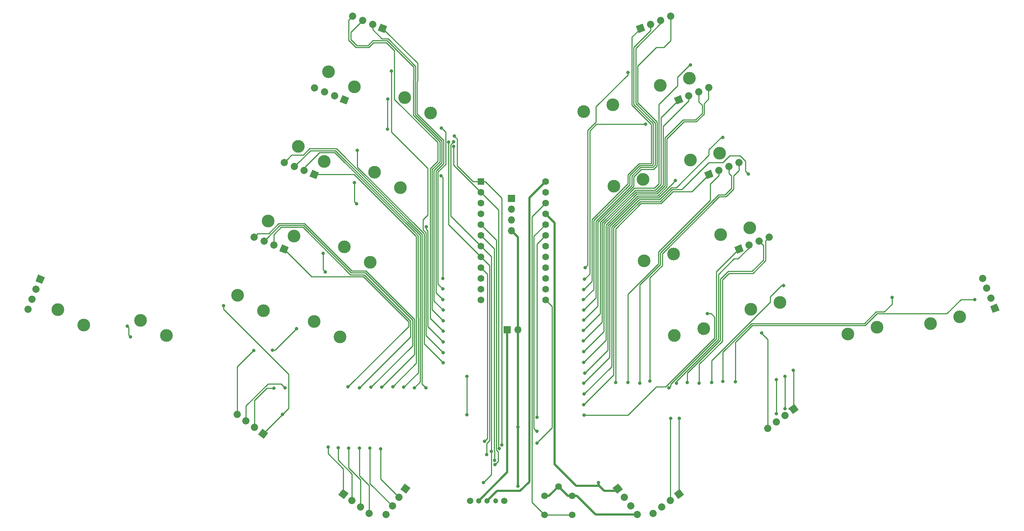
<source format=gbr>
G04 #@! TF.GenerationSoftware,KiCad,Pcbnew,(5.1.4)-1*
G04 #@! TF.CreationDate,2023-11-05T18:19:57-05:00*
G04 #@! TF.ProjectId,ThumbsUp,5468756d-6273-4557-902e-6b696361645f,rev?*
G04 #@! TF.SameCoordinates,Original*
G04 #@! TF.FileFunction,Copper,L1,Top*
G04 #@! TF.FilePolarity,Positive*
%FSLAX46Y46*%
G04 Gerber Fmt 4.6, Leading zero omitted, Abs format (unit mm)*
G04 Created by KiCad (PCBNEW (5.1.4)-1) date 2023-11-05 18:19:57*
%MOMM*%
%LPD*%
G04 APERTURE LIST*
%ADD10C,1.700000*%
%ADD11C,1.700000*%
%ADD12C,0.100000*%
%ADD13O,1.700000X1.700000*%
%ADD14R,1.700000X1.700000*%
%ADD15C,1.500000*%
%ADD16C,1.200000*%
%ADD17C,1.300000*%
%ADD18C,1.600000*%
%ADD19R,1.600000X1.600000*%
%ADD20C,1.575000*%
%ADD21C,3.000000*%
%ADD22C,0.800000*%
%ADD23C,0.508000*%
%ADD24C,0.254000*%
G04 APERTURE END LIST*
D10*
X180694070Y-30217519D03*
D11*
X180694070Y-30217519D02*
X180694070Y-30217519D01*
D10*
X178339023Y-31169020D03*
D11*
X178339023Y-31169020D02*
X178339023Y-31169020D01*
D10*
X175983976Y-32120520D03*
D11*
X175983976Y-32120520D02*
X175983976Y-32120520D01*
D10*
X173628929Y-33072021D03*
D12*
G36*
X172522407Y-32602330D02*
G01*
X174098620Y-31965499D01*
X174735451Y-33541712D01*
X173159238Y-34178543D01*
X172522407Y-32602330D01*
X172522407Y-32602330D01*
G37*
D10*
X254213951Y-92059587D03*
D11*
X254213951Y-92059587D02*
X254213951Y-92059587D01*
D10*
X255165452Y-94414634D03*
D11*
X255165452Y-94414634D02*
X255165452Y-94414634D01*
D10*
X256116952Y-96769681D03*
D11*
X256116952Y-96769681D02*
X256116952Y-96769681D01*
D10*
X257068453Y-99124728D03*
D12*
G36*
X256598762Y-100231250D02*
G01*
X255961931Y-98655037D01*
X257538144Y-98018206D01*
X258174975Y-99594419D01*
X256598762Y-100231250D01*
X256598762Y-100231250D01*
G37*
D13*
X144770000Y-104220000D03*
D14*
X142230000Y-104220000D03*
D10*
X203901013Y-82317785D03*
D11*
X203901013Y-82317785D02*
X203901013Y-82317785D01*
D10*
X201545966Y-83269286D03*
D11*
X201545966Y-83269286D02*
X201545966Y-83269286D01*
D10*
X199190919Y-84220786D03*
D11*
X199190919Y-84220786D02*
X199190919Y-84220786D01*
D10*
X196835872Y-85172287D03*
D12*
G36*
X195729350Y-84702596D02*
G01*
X197305563Y-84065765D01*
X197942394Y-85641978D01*
X196366181Y-86278809D01*
X195729350Y-84702596D01*
X195729350Y-84702596D01*
G37*
D10*
X189665963Y-47084799D03*
D11*
X189665963Y-47084799D02*
X189665963Y-47084799D01*
D10*
X187310916Y-48036300D03*
D11*
X187310916Y-48036300D02*
X187310916Y-48036300D01*
D10*
X184955869Y-48987800D03*
D11*
X184955869Y-48987800D02*
X184955869Y-48987800D01*
D10*
X182600822Y-49939301D03*
D12*
G36*
X181494300Y-49469610D02*
G01*
X183070513Y-48832779D01*
X183707344Y-50408992D01*
X182131131Y-51045823D01*
X181494300Y-49469610D01*
X181494300Y-49469610D01*
G37*
D13*
X143230000Y-80840000D03*
X143230000Y-78300000D03*
X143230000Y-75760000D03*
D14*
X143230000Y-73220000D03*
D15*
X141480000Y-144570000D03*
X133480000Y-144570000D03*
D16*
X139480000Y-144570000D03*
D17*
X137480000Y-144570000D03*
X135480000Y-144570000D03*
D10*
X196783488Y-64701292D03*
D11*
X196783488Y-64701292D02*
X196783488Y-64701292D01*
D10*
X194428441Y-65652793D03*
D11*
X194428441Y-65652793D02*
X194428441Y-65652793D01*
D10*
X192073394Y-66604293D03*
D11*
X192073394Y-66604293D02*
X192073394Y-66604293D01*
D10*
X189718347Y-67555794D03*
D12*
G36*
X188611825Y-67086103D02*
G01*
X190188038Y-66449272D01*
X190824869Y-68025485D01*
X189248656Y-68662316D01*
X188611825Y-67086103D01*
X188611825Y-67086103D01*
G37*
D18*
X151230000Y-69220000D03*
X151230000Y-71760000D03*
X151230000Y-74300000D03*
X151230000Y-76840000D03*
X151230000Y-79380000D03*
X151230000Y-81920000D03*
X151230000Y-84460000D03*
X151230000Y-87000000D03*
X151230000Y-89540000D03*
X151230000Y-92080000D03*
X151230000Y-94620000D03*
X151230000Y-97160000D03*
X135990000Y-97160000D03*
X135990000Y-94620000D03*
X135990000Y-92080000D03*
X135990000Y-89540000D03*
X135990000Y-87000000D03*
X135990000Y-84460000D03*
X135990000Y-81920000D03*
X135990000Y-79380000D03*
X135990000Y-76840000D03*
X135990000Y-74300000D03*
X135990000Y-71760000D03*
D19*
X135990000Y-69220000D03*
D20*
X154280000Y-141170000D03*
X157530000Y-143420000D03*
X157530000Y-147920000D03*
X151030000Y-143420000D03*
X151030000Y-147920000D03*
D21*
X85920975Y-78512044D03*
X92017925Y-82107833D03*
X100156025Y-43279057D03*
X106252975Y-46874846D03*
X78701458Y-96087330D03*
X84798408Y-99683119D03*
X181591251Y-105568173D03*
X188474875Y-103919470D03*
X93038500Y-60895550D03*
X99135450Y-64491339D03*
X36350946Y-99468772D03*
X42447896Y-103064561D03*
X178229775Y-46528352D03*
X185113399Y-44879649D03*
X222443336Y-105240880D03*
X229326960Y-103592177D03*
X118045134Y-49428191D03*
X124142084Y-53023980D03*
X160238675Y-52718693D03*
X167122299Y-51069990D03*
X185347300Y-64144845D03*
X192230924Y-62496142D03*
X174473725Y-87951679D03*
X181357349Y-86302976D03*
X55840473Y-101950378D03*
X61937423Y-105546167D03*
X167356200Y-70335186D03*
X174239824Y-68686483D03*
X96692558Y-102277671D03*
X102789508Y-105873460D03*
X103810083Y-84661178D03*
X109907033Y-88256967D03*
X110927608Y-67044685D03*
X117024558Y-70640474D03*
X199582351Y-99377831D03*
X206465975Y-97729128D03*
X192464825Y-81761338D03*
X199348449Y-80112635D03*
X241932862Y-102759274D03*
X248816486Y-101110571D03*
D10*
X113644373Y-147808095D03*
D11*
X113644373Y-147808095D02*
X113644373Y-147808095D01*
D10*
X115172983Y-145779560D03*
D11*
X115172983Y-145779560D02*
X115172983Y-145779560D01*
D10*
X116701593Y-143751026D03*
D11*
X116701593Y-143751026D02*
X116701593Y-143751026D01*
D10*
X118230203Y-141722492D03*
D12*
G36*
X117039820Y-141889789D02*
G01*
X118062906Y-140532109D01*
X119420586Y-141555195D01*
X118397500Y-142912875D01*
X117039820Y-141889789D01*
X117039820Y-141889789D01*
G37*
D10*
X176544397Y-147555830D03*
D11*
X176544397Y-147555830D02*
X176544397Y-147555830D01*
D10*
X178572932Y-146027220D03*
D11*
X178572932Y-146027220D02*
X178572932Y-146027220D01*
D10*
X180601466Y-144498610D03*
D11*
X180601466Y-144498610D02*
X180601466Y-144498610D01*
D10*
X182630000Y-142970000D03*
D12*
G36*
X183820383Y-143137297D02*
G01*
X182462703Y-144160383D01*
X181439617Y-142802703D01*
X182797297Y-141779617D01*
X183820383Y-143137297D01*
X183820383Y-143137297D01*
G37*
D10*
X82571851Y-82319210D03*
D11*
X82571851Y-82319210D02*
X82571851Y-82319210D01*
D10*
X84926898Y-83270711D03*
D11*
X84926898Y-83270711D02*
X84926898Y-83270711D01*
D10*
X87281945Y-84222211D03*
D11*
X87281945Y-84222211D02*
X87281945Y-84222211D01*
D10*
X89636992Y-85173712D03*
D12*
G36*
X90106683Y-86280234D02*
G01*
X88530470Y-85643403D01*
X89167301Y-84067190D01*
X90743514Y-84704021D01*
X90106683Y-86280234D01*
X90106683Y-86280234D01*
G37*
D10*
X172818565Y-147808719D03*
D11*
X172818565Y-147808719D02*
X172818565Y-147808719D01*
D10*
X171289955Y-145780184D03*
D11*
X171289955Y-145780184D02*
X171289955Y-145780184D01*
D10*
X169761345Y-143751650D03*
D11*
X169761345Y-143751650D02*
X169761345Y-143751650D01*
D10*
X168232735Y-141723116D03*
D12*
G36*
X168065438Y-142913499D02*
G01*
X167042352Y-141555819D01*
X168400032Y-140532733D01*
X169423118Y-141890413D01*
X168065438Y-142913499D01*
X168065438Y-142913499D01*
G37*
D10*
X105778795Y-30218944D03*
D11*
X105778795Y-30218944D02*
X105778795Y-30218944D01*
D10*
X108133842Y-31170445D03*
D11*
X108133842Y-31170445D02*
X108133842Y-31170445D01*
D10*
X110488889Y-32121945D03*
D11*
X110488889Y-32121945D02*
X110488889Y-32121945D01*
D10*
X112843936Y-33073446D03*
D12*
G36*
X113313627Y-34179968D02*
G01*
X111737414Y-33543137D01*
X112374245Y-31966924D01*
X113950458Y-32603755D01*
X113313627Y-34179968D01*
X113313627Y-34179968D01*
G37*
D10*
X96806902Y-47086224D03*
D11*
X96806902Y-47086224D02*
X96806902Y-47086224D01*
D10*
X99161949Y-48037725D03*
D11*
X99161949Y-48037725D02*
X99161949Y-48037725D01*
D10*
X101516996Y-48989225D03*
D11*
X101516996Y-48989225D02*
X101516996Y-48989225D01*
D10*
X103872043Y-49940726D03*
D12*
G36*
X104341734Y-51047248D02*
G01*
X102765521Y-50410417D01*
X103402352Y-48834204D01*
X104978565Y-49471035D01*
X104341734Y-51047248D01*
X104341734Y-51047248D01*
G37*
D10*
X89689377Y-64702717D03*
D11*
X89689377Y-64702717D02*
X89689377Y-64702717D01*
D10*
X92044424Y-65654218D03*
D11*
X92044424Y-65654218D02*
X92044424Y-65654218D01*
D10*
X94399471Y-66605718D03*
D11*
X94399471Y-66605718D02*
X94399471Y-66605718D01*
D10*
X96754518Y-67557219D03*
D12*
G36*
X97224209Y-68663741D02*
G01*
X95647996Y-68026910D01*
X96284827Y-66450697D01*
X97861040Y-67087528D01*
X97224209Y-68663741D01*
X97224209Y-68663741D01*
G37*
D10*
X29325498Y-99335141D03*
D11*
X29325498Y-99335141D02*
X29325498Y-99335141D01*
D10*
X30276999Y-96980094D03*
D11*
X30276999Y-96980094D02*
X30276999Y-96980094D01*
D10*
X31228499Y-94625047D03*
D11*
X31228499Y-94625047D02*
X31228499Y-94625047D01*
D10*
X32180000Y-92270000D03*
D12*
G36*
X33286522Y-91800309D02*
G01*
X32649691Y-93376522D01*
X31073478Y-92739691D01*
X31710309Y-91163478D01*
X33286522Y-91800309D01*
X33286522Y-91800309D01*
G37*
D10*
X203598765Y-127459647D03*
D11*
X203598765Y-127459647D02*
X203598765Y-127459647D01*
D10*
X205627300Y-125931037D03*
D11*
X205627300Y-125931037D02*
X205627300Y-125931037D01*
D10*
X207655834Y-124402427D03*
D11*
X207655834Y-124402427D02*
X207655834Y-124402427D01*
D10*
X209684368Y-122873817D03*
D12*
G36*
X208493985Y-122706520D02*
G01*
X209851665Y-121683434D01*
X210874751Y-123041114D01*
X209517071Y-124064200D01*
X208493985Y-122706520D01*
X208493985Y-122706520D01*
G37*
D10*
X78644397Y-124134170D03*
D11*
X78644397Y-124134170D02*
X78644397Y-124134170D01*
D10*
X80672932Y-125662780D03*
D11*
X80672932Y-125662780D02*
X80672932Y-125662780D01*
D10*
X82701466Y-127191390D03*
D11*
X82701466Y-127191390D02*
X82701466Y-127191390D01*
D10*
X84730000Y-128720000D03*
D12*
G36*
X84562703Y-127529617D02*
G01*
X85920383Y-128552703D01*
X84897297Y-129910383D01*
X83539617Y-128887297D01*
X84562703Y-127529617D01*
X84562703Y-127529617D01*
G37*
D10*
X109715603Y-147555830D03*
D11*
X109715603Y-147555830D02*
X109715603Y-147555830D01*
D10*
X107687068Y-146027220D03*
D11*
X107687068Y-146027220D02*
X107687068Y-146027220D01*
D10*
X105658534Y-144498610D03*
D11*
X105658534Y-144498610D02*
X105658534Y-144498610D01*
D10*
X103630000Y-142970000D03*
D12*
G36*
X103462703Y-141779617D02*
G01*
X104820383Y-142802703D01*
X103797297Y-144160383D01*
X102439617Y-143137297D01*
X103462703Y-141779617D01*
X103462703Y-141779617D01*
G37*
D22*
X144770000Y-127130002D03*
X144770000Y-141130002D03*
X115230000Y-117670000D03*
X117830000Y-117770000D03*
X120330000Y-117870000D03*
X123030000Y-117870000D03*
X104730000Y-117670000D03*
X107430000Y-117870000D03*
X110130000Y-117770000D03*
X112630000Y-117770000D03*
X107380000Y-132120000D03*
X104880000Y-132170000D03*
X102430000Y-132070000D03*
X100007270Y-131874000D03*
X127130000Y-112020000D03*
X106930000Y-61869996D03*
X87280000Y-117970000D03*
X89830000Y-117870000D03*
X127030000Y-92070000D03*
X126600056Y-67836081D03*
X123180000Y-79920002D03*
X127130000Y-107070000D03*
X174817400Y-55707400D03*
X160415600Y-92270700D03*
X181830000Y-68970000D03*
X160263200Y-116845200D03*
X189380000Y-100420000D03*
X160280000Y-124320000D03*
X193030000Y-58770000D03*
X160330000Y-119370000D03*
X199030000Y-67470000D03*
X160230000Y-121870000D03*
X207330000Y-93770000D03*
X190330000Y-116670000D03*
X207630000Y-115170000D03*
X207680000Y-122820000D03*
X205630000Y-115920000D03*
X205630000Y-124020000D03*
X160504500Y-114432200D03*
X160212400Y-111866800D03*
X160250500Y-109339500D03*
X160174300Y-106786800D03*
X175830000Y-116270000D03*
X173430000Y-116770000D03*
X170630000Y-116670000D03*
X167730000Y-116670000D03*
X232850259Y-96590259D03*
X193030000Y-116370000D03*
X195930000Y-116470000D03*
X252339785Y-97079785D03*
X140947863Y-131376956D03*
X182756920Y-125116607D03*
X52680000Y-103320000D03*
X129727226Y-58475546D03*
X53430000Y-105870000D03*
X140348361Y-132177345D03*
X180730000Y-125120000D03*
X129602998Y-60919647D03*
X129580000Y-59870000D03*
X138449524Y-132904355D03*
X136580000Y-140270000D03*
X128412931Y-59950187D03*
X137380000Y-133670000D03*
X92580000Y-103920000D03*
X98830000Y-86120000D03*
X136832876Y-130547010D03*
X106180000Y-69470000D03*
X82480000Y-109070000D03*
X86930000Y-109020000D03*
X106680000Y-74470000D03*
X209580000Y-113770000D03*
X114080000Y-49770000D03*
X99379999Y-90570000D03*
X114030000Y-56870000D03*
X89280000Y-124170000D03*
X75430000Y-98520000D03*
X149188021Y-130922945D03*
X202130000Y-104970000D03*
X139251222Y-135018430D03*
X139321200Y-136015990D03*
X163730000Y-140270000D03*
X132730000Y-115170000D03*
X132730000Y-124270000D03*
X149188021Y-128170000D03*
X149202990Y-124870000D03*
X127130000Y-104570000D03*
X127130000Y-102070000D03*
X127130000Y-99570000D03*
X127030000Y-97070000D03*
X114903000Y-43107313D03*
X127130000Y-109570000D03*
X126730000Y-56570000D03*
X127030000Y-94570000D03*
X109880000Y-132170000D03*
X160529900Y-89514800D03*
X170645598Y-43458239D03*
X112380000Y-132270000D03*
X185405000Y-41745000D03*
X160174300Y-104323000D03*
X160237800Y-101910000D03*
X160250500Y-99509700D03*
X160187000Y-97122100D03*
X160263200Y-94709100D03*
X187430000Y-116770000D03*
X184630000Y-116670000D03*
X182055108Y-116795108D03*
X180334074Y-117874074D03*
D23*
X157530000Y-143420000D02*
X156530000Y-143420000D01*
X158643693Y-143420000D02*
X163032412Y-147808719D01*
X156530000Y-143420000D02*
X154280000Y-141170000D01*
X151030000Y-143420000D02*
X152030000Y-143420000D01*
X171616484Y-147808719D02*
X172818565Y-147808719D01*
X144770000Y-104220000D02*
X144770000Y-82380000D01*
X144770000Y-104220000D02*
X144770000Y-105422081D01*
X152030000Y-143420000D02*
X154280000Y-141170000D01*
X144770000Y-105422081D02*
X144770000Y-141130002D01*
X144770000Y-82380000D02*
X143230000Y-80840000D01*
X157530000Y-143420000D02*
X158643693Y-143420000D01*
X163032412Y-147808719D02*
X171616484Y-147808719D01*
D24*
X120796040Y-101558063D02*
X120780000Y-101542023D01*
X115230000Y-117670000D02*
X120796041Y-112103959D01*
X120796041Y-112103959D02*
X120796040Y-101558063D01*
X106117213Y-67557219D02*
X97771272Y-67557219D01*
X120780000Y-82220006D02*
X106117213Y-67557219D01*
X120780000Y-101542023D02*
X120780000Y-82220006D01*
X97771272Y-67557219D02*
X96754518Y-67557219D01*
X94630000Y-65720000D02*
X94630000Y-66375189D01*
X121250050Y-101370005D02*
X121234011Y-101353966D01*
X94630000Y-66375189D02*
X94399471Y-66605718D01*
X101572066Y-62370001D02*
X97979999Y-62370001D01*
X121234010Y-82031948D02*
X120236954Y-81034892D01*
X120236954Y-81034892D02*
X101572066Y-62370001D01*
X117830000Y-117770000D02*
X121250051Y-114349949D01*
X121234011Y-101353966D02*
X121234010Y-82031948D01*
X121250051Y-114349949D02*
X121250050Y-101370005D01*
X97979999Y-62370001D02*
X94630000Y-65720000D01*
X121688020Y-101165907D02*
X121688020Y-81843890D01*
X101760123Y-61915990D02*
X95841942Y-61915990D01*
X120838020Y-80993890D02*
X101760123Y-61915990D01*
X121704061Y-116495939D02*
X121704060Y-101181947D01*
X92953713Y-64804219D02*
X92894423Y-64804219D01*
X120330000Y-117870000D02*
X121704061Y-116495939D01*
X92894423Y-64804219D02*
X92044424Y-65654218D01*
X121704060Y-101181947D02*
X121688020Y-101165907D01*
X95841942Y-61915990D02*
X92953713Y-64804219D01*
X121688020Y-81843890D02*
X120838020Y-80993890D01*
X122142031Y-100977850D02*
X122142030Y-81655832D01*
X122158070Y-100993889D02*
X122142031Y-100977850D01*
X123030000Y-117870000D02*
X122158071Y-116998071D01*
X91432094Y-62960000D02*
X90539376Y-63852718D01*
X122158071Y-116998071D02*
X122158070Y-100993889D01*
X90539376Y-63852718D02*
X89689377Y-64702717D01*
X95653884Y-61461980D02*
X94155864Y-62960000D01*
X94155864Y-62960000D02*
X91432094Y-62960000D01*
X121292030Y-80805832D02*
X101948180Y-61461979D01*
X122142030Y-81655832D02*
X121292030Y-80805832D01*
X101948180Y-61461979D02*
X95653884Y-61461980D01*
X118980000Y-102310295D02*
X108339705Y-91670000D01*
X118980000Y-103420000D02*
X118980000Y-102310295D01*
X104730000Y-117670000D02*
X118980000Y-103420000D01*
X96133280Y-91670000D02*
X90360649Y-85897369D01*
X108339705Y-91670000D02*
X96133280Y-91670000D01*
X90360649Y-85897369D02*
X89636992Y-85173712D01*
X108527762Y-91215989D02*
X105275989Y-91215989D01*
X94080000Y-80020000D02*
X88980000Y-80020000D01*
X87281945Y-83020130D02*
X87281945Y-84222211D01*
X119434010Y-102122237D02*
X108527762Y-91215989D01*
X119434010Y-105865990D02*
X119434010Y-102122237D01*
X105275989Y-91215989D02*
X94080000Y-80020000D01*
X88980000Y-80020000D02*
X87281945Y-81718055D01*
X87281945Y-81718055D02*
X87281945Y-83020130D01*
X107430000Y-117870000D02*
X119434010Y-105865990D01*
X88631620Y-79565989D02*
X85776897Y-82420712D01*
X110130000Y-117770000D02*
X119888020Y-108011980D01*
X85776897Y-82420712D02*
X84926898Y-83270711D01*
X119888020Y-108011980D02*
X119888020Y-101934179D01*
X108715819Y-90761978D02*
X105464045Y-90761977D01*
X94268057Y-79565989D02*
X88631620Y-79565989D01*
X105464045Y-90761977D02*
X94268057Y-79565989D01*
X119888020Y-101934179D02*
X108715819Y-90761978D01*
X112630000Y-117770000D02*
X120342030Y-110057970D01*
X94456113Y-79111979D02*
X88388021Y-79111979D01*
X86030789Y-81469211D02*
X83421850Y-81469211D01*
X105652103Y-90307967D02*
X94456113Y-79111979D01*
X88388021Y-79111979D02*
X86030789Y-81469211D01*
X120342030Y-101746121D02*
X108903876Y-90307967D01*
X83421850Y-81469211D02*
X82571851Y-82319210D01*
X120342030Y-110057970D02*
X120342030Y-101746121D01*
X108903876Y-90307967D02*
X105652103Y-90307967D01*
X109715603Y-146353749D02*
X109715603Y-147555830D01*
X107380000Y-138628643D02*
X109715603Y-140964246D01*
X109715603Y-140964246D02*
X109715603Y-146353749D01*
X107380000Y-132120000D02*
X107380000Y-138628643D01*
X107687068Y-139577777D02*
X107687068Y-144825139D01*
X107687068Y-144825139D02*
X107687068Y-146027220D01*
X104880000Y-136770709D02*
X107687068Y-139577777D01*
X104880000Y-132170000D02*
X104880000Y-136770709D01*
X102430000Y-132070000D02*
X102430000Y-134962775D01*
X105658534Y-143296529D02*
X105658534Y-144498610D01*
X102430000Y-134962775D02*
X105658534Y-138191309D01*
X105658534Y-138191309D02*
X105658534Y-143296529D01*
X100007270Y-131874000D02*
X100007270Y-133397270D01*
X103630000Y-137020000D02*
X103630000Y-142970000D01*
X100007270Y-133397270D02*
X103630000Y-137020000D01*
X122596040Y-100789791D02*
X122596040Y-81467774D01*
X122612080Y-107502080D02*
X122612080Y-100805831D01*
X106930000Y-65801731D02*
X106930000Y-62435681D01*
X127130000Y-112020000D02*
X122612080Y-107502080D01*
X121598987Y-80470719D02*
X106930000Y-65801731D01*
X122612080Y-100805831D02*
X122596040Y-100789791D01*
X106930000Y-62435681D02*
X106930000Y-61869996D01*
X122596040Y-81467774D02*
X121598987Y-80470719D01*
X85580000Y-117970000D02*
X82701466Y-120848534D01*
X87280000Y-117970000D02*
X85580000Y-117970000D01*
X82701466Y-120848534D02*
X82701466Y-127191390D01*
X88930000Y-116970000D02*
X85880000Y-116970000D01*
X89830000Y-117870000D02*
X88930000Y-116970000D01*
X80672932Y-122177068D02*
X80672932Y-125662780D01*
X85880000Y-116970000D02*
X80672932Y-122177068D01*
X127030000Y-92070000D02*
X127030000Y-68266025D01*
X127030000Y-68266025D02*
X127000055Y-68236080D01*
X127000055Y-68236080D02*
X126600056Y-67836081D01*
X123180000Y-80485687D02*
X123180000Y-79920002D01*
X123520100Y-100429715D02*
X123504062Y-100413677D01*
X123520100Y-103460100D02*
X123520100Y-100429715D01*
X123504062Y-100413677D02*
X123504062Y-80809749D01*
X123504062Y-80809749D02*
X123180000Y-80485687D01*
X127130000Y-107070000D02*
X123520100Y-103460100D01*
X161634010Y-57308058D02*
X163234668Y-55707400D01*
X174251715Y-55707400D02*
X174817400Y-55707400D01*
X161634010Y-91052290D02*
X161634010Y-57308058D01*
X163234668Y-55707400D02*
X174251715Y-55707400D01*
X160415600Y-92270700D02*
X161634010Y-91052290D01*
X160263200Y-116845200D02*
X166367969Y-110740431D01*
X177870290Y-73040050D02*
X181430001Y-69480339D01*
X173138561Y-73040051D02*
X177870290Y-73040050D01*
X166367976Y-79810636D02*
X173138561Y-73040051D01*
X181430001Y-69369999D02*
X181830000Y-68970000D01*
X166367975Y-101339665D02*
X166367976Y-79810636D01*
X166367969Y-110740431D02*
X166367975Y-101339665D01*
X181430001Y-69480339D02*
X181430001Y-69369999D01*
X177330000Y-117670000D02*
X179510000Y-117670000D01*
X191060000Y-101200000D02*
X190280000Y-100420000D01*
X191060000Y-106120000D02*
X191060000Y-101200000D01*
X160280000Y-124320000D02*
X170680000Y-124320000D01*
X190280000Y-100420000D02*
X189380000Y-100420000D01*
X179510000Y-117670000D02*
X191060000Y-106120000D01*
X170680000Y-124320000D02*
X177330000Y-117670000D01*
X173326622Y-73494058D02*
X178058350Y-73494058D01*
X166821986Y-79998694D02*
X173326622Y-73494058D01*
X192630000Y-58770000D02*
X193030000Y-58770000D01*
X166821986Y-101527722D02*
X166821986Y-79998694D01*
X182038022Y-70661978D02*
X189730000Y-62970000D01*
X189730000Y-62970000D02*
X189730000Y-61670000D01*
X166821979Y-112878021D02*
X166821986Y-101527722D01*
X178058350Y-73494058D02*
X180890430Y-70661978D01*
X180890430Y-70661978D02*
X182038022Y-70661978D01*
X189730000Y-61670000D02*
X192630000Y-58770000D01*
X160330000Y-119370000D02*
X166821979Y-112878021D01*
X178246407Y-73948069D02*
X181078487Y-71115989D01*
X173514679Y-73948069D02*
X178246407Y-73948069D01*
X194630000Y-63170000D02*
X197080000Y-63170000D01*
X167275997Y-101715779D02*
X167275998Y-80186750D01*
X160230000Y-121870000D02*
X167275989Y-114824011D01*
X198340000Y-66780000D02*
X199030000Y-67470000D01*
X193030000Y-64770000D02*
X194630000Y-63170000D01*
X189730000Y-64770000D02*
X193030000Y-64770000D01*
X167275989Y-114824011D02*
X167275997Y-101715779D01*
X181078487Y-71115989D02*
X183384011Y-71115989D01*
X197080000Y-63170000D02*
X198340000Y-64430000D01*
X167275998Y-80186750D02*
X173514679Y-73948069D01*
X183384011Y-71115989D02*
X189730000Y-64770000D01*
X198340000Y-64430000D02*
X198340000Y-66780000D01*
X204135000Y-97695000D02*
X204135000Y-96445000D01*
X190330000Y-116670000D02*
X190330000Y-111500000D01*
X207320000Y-93760000D02*
X207330000Y-93770000D01*
X206820000Y-93760000D02*
X207320000Y-93760000D01*
X190330000Y-111500000D02*
X204135000Y-97695000D01*
X204135000Y-96445000D02*
X206820000Y-93760000D01*
X207680000Y-115220000D02*
X207630000Y-115170000D01*
X207680000Y-122820000D02*
X207680000Y-115220000D01*
X205630000Y-124020000D02*
X205630000Y-115920000D01*
X179827522Y-70440750D02*
X179827522Y-59124444D01*
X189630000Y-49770000D02*
X189630000Y-47120762D01*
X186768058Y-55124010D02*
X188584011Y-53308057D01*
X165913966Y-79622578D02*
X172950504Y-72586040D01*
X165913964Y-101151608D02*
X165913966Y-79622578D01*
X188584011Y-50815989D02*
X189630000Y-49770000D01*
X160504500Y-114432200D02*
X165913959Y-109022741D01*
X179827522Y-59124444D02*
X183827955Y-55124011D01*
X183827955Y-55124011D02*
X186768058Y-55124010D01*
X189630000Y-47120762D02*
X189665963Y-47084799D01*
X188584011Y-53308057D02*
X188584011Y-50815989D01*
X165913959Y-109022741D02*
X165913964Y-101151608D01*
X177682232Y-72586040D02*
X179827522Y-70440750D01*
X172950504Y-72586040D02*
X177682232Y-72586040D01*
X183639898Y-54670000D02*
X186580000Y-54670000D01*
X165459953Y-79434523D02*
X172762445Y-72132031D01*
X165459953Y-100963551D02*
X165459953Y-79434523D01*
X186580000Y-54670000D02*
X188130000Y-53120000D01*
X172762445Y-72132031D02*
X177494174Y-72132030D01*
X177494174Y-72132030D02*
X179373511Y-70252693D01*
X187310916Y-50400916D02*
X187310916Y-48036300D01*
X179373511Y-70252693D02*
X179373511Y-58936387D01*
X188130000Y-51220000D02*
X187310916Y-50400916D01*
X160212400Y-111866800D02*
X165459949Y-106619251D01*
X188130000Y-53120000D02*
X188130000Y-51220000D01*
X179373511Y-58936387D02*
X183639898Y-54670000D01*
X165459949Y-106619251D02*
X165459953Y-100963551D01*
X178919499Y-56226251D02*
X184955869Y-50189881D01*
X160250500Y-109339500D02*
X165005939Y-104584061D01*
X165005939Y-104584061D02*
X165005942Y-100775494D01*
X165005943Y-79246465D02*
X172574388Y-71678020D01*
X172574388Y-71678020D02*
X177306116Y-71678020D01*
X177306116Y-71678020D02*
X178919499Y-70064637D01*
X178919499Y-70064637D02*
X178919499Y-56226251D01*
X184955869Y-50189881D02*
X184955869Y-48987800D01*
X165005942Y-100775494D02*
X165005943Y-79246465D01*
X164551931Y-100587437D02*
X164551931Y-79058409D01*
X164551929Y-102409171D02*
X164551931Y-100587437D01*
X177118058Y-71224010D02*
X178398800Y-69943268D01*
X172386329Y-71224011D02*
X177118058Y-71224010D01*
X181877165Y-50662958D02*
X182600822Y-49939301D01*
X160174300Y-106786800D02*
X164551929Y-102409171D01*
X164551931Y-79058409D02*
X172386329Y-71224011D01*
X178398800Y-69943268D02*
X178398800Y-54141323D01*
X178398800Y-54141323D02*
X181877165Y-50662958D01*
X195530000Y-71012068D02*
X195530000Y-67870000D01*
X175830000Y-116270000D02*
X175830000Y-91920000D01*
X175830000Y-91920000D02*
X178730000Y-89020000D01*
X178730000Y-89020000D02*
X178730000Y-86234136D01*
X192140126Y-72824010D02*
X193718058Y-72824010D01*
X195530000Y-67870000D02*
X196783488Y-66616512D01*
X193718058Y-72824010D02*
X195530000Y-71012068D01*
X196783488Y-65903373D02*
X196783488Y-64701292D01*
X178730000Y-86234136D02*
X192140126Y-72824010D01*
X196783488Y-66616512D02*
X196783488Y-65903373D01*
X173430000Y-116770000D02*
X173430000Y-93640000D01*
X191952069Y-72369999D02*
X193530001Y-72369999D01*
X194428441Y-67268441D02*
X194428441Y-66854874D01*
X173430000Y-93640000D02*
X178275989Y-88794011D01*
X178275989Y-88794011D02*
X178275990Y-86046078D01*
X194428441Y-66854874D02*
X194428441Y-65652793D01*
X195030000Y-67870000D02*
X194428441Y-67268441D01*
X193530001Y-72369999D02*
X195030000Y-70870000D01*
X178275990Y-86046078D02*
X191952069Y-72369999D01*
X195030000Y-70870000D02*
X195030000Y-67870000D01*
X170630000Y-116670000D02*
X170630000Y-95770000D01*
X177821980Y-85858020D02*
X190030000Y-73650000D01*
X190030000Y-69849768D02*
X192073394Y-67806374D01*
X190030000Y-73650000D02*
X190030000Y-69849768D01*
X177821979Y-88578021D02*
X177821980Y-85858020D01*
X170630000Y-95770000D02*
X177821979Y-88578021D01*
X192073394Y-67806374D02*
X192073394Y-66604293D01*
X173702736Y-74402080D02*
X178434464Y-74402080D01*
X185704141Y-71570000D02*
X188994690Y-68279451D01*
X178434464Y-74402080D02*
X181266544Y-71570000D01*
X188994690Y-68279451D02*
X189718347Y-67555794D01*
X167730000Y-116670000D02*
X167730000Y-113326524D01*
X167730000Y-113326524D02*
X167730008Y-101903836D01*
X167730008Y-101903836D02*
X167730008Y-80374808D01*
X167730008Y-80374808D02*
X173702736Y-74402080D01*
X181266544Y-71570000D02*
X185704141Y-71570000D01*
X226342717Y-102715215D02*
X229091943Y-99965989D01*
X199756853Y-102715215D02*
X226342717Y-102715215D01*
X193030000Y-109442068D02*
X199756853Y-102715215D01*
X229091943Y-99965989D02*
X231034011Y-99965989D01*
X231034011Y-99965989D02*
X232850259Y-98149741D01*
X232850259Y-97155944D02*
X232850259Y-96590259D01*
X193030000Y-116370000D02*
X193030000Y-109442068D01*
X232850259Y-98149741D02*
X232850259Y-97155944D01*
X199944910Y-103169226D02*
X226530775Y-103169225D01*
X245780000Y-100420000D02*
X249120215Y-97079785D01*
X251774100Y-97079785D02*
X252339785Y-97079785D01*
X195930000Y-116470000D02*
X195930000Y-107184136D01*
X229280000Y-100420000D02*
X245780000Y-100420000D01*
X195930000Y-107184136D02*
X199944910Y-103169226D01*
X249120215Y-97079785D02*
X251774100Y-97079785D01*
X226530775Y-103169225D02*
X229280000Y-100420000D01*
X53030001Y-103570001D02*
X52930001Y-103570001D01*
X130407002Y-65497002D02*
X130407002Y-59155322D01*
X53430000Y-105870000D02*
X53030001Y-105470001D01*
X53030001Y-105470001D02*
X53030001Y-103570001D01*
X134130000Y-69220000D02*
X130407002Y-65497002D01*
X135990000Y-69220000D02*
X134130000Y-69220000D01*
X130407002Y-59155322D02*
X130127225Y-58875545D01*
X130127225Y-58875545D02*
X129727226Y-58475546D01*
X140947863Y-73123863D02*
X140947863Y-130811271D01*
X52930001Y-103570001D02*
X52680000Y-103320000D01*
X182630000Y-142970000D02*
X182630000Y-125243527D01*
X182630000Y-125243527D02*
X182756920Y-125116607D01*
X137044000Y-69220000D02*
X140947863Y-73123863D01*
X140947863Y-130811271D02*
X140947863Y-131376956D01*
X135990000Y-69220000D02*
X137044000Y-69220000D01*
X135990000Y-71760000D02*
X129602998Y-65372998D01*
X140125989Y-131954973D02*
X140348361Y-132177345D01*
X140125989Y-75895989D02*
X140125989Y-131954973D01*
X135990000Y-71760000D02*
X140125989Y-75895989D01*
X180601466Y-144498610D02*
X180601466Y-125248534D01*
X180601466Y-125248534D02*
X180730000Y-125120000D01*
X129602998Y-65372998D02*
X129602998Y-61485332D01*
X129602998Y-61485332D02*
X129602998Y-60919647D01*
X138449524Y-138400476D02*
X138449524Y-133470040D01*
X138449524Y-133470040D02*
X138449524Y-132904355D01*
X135990000Y-84460000D02*
X128875989Y-77345989D01*
X136580000Y-140270000D02*
X138449524Y-138400476D01*
X138463960Y-86933960D02*
X138463960Y-132324234D01*
X135990000Y-84460000D02*
X138463960Y-86933960D01*
X138463960Y-132324234D02*
X138449524Y-132338670D01*
X138449524Y-132338670D02*
X138449524Y-132904355D01*
X128875989Y-77345989D02*
X128875989Y-60574011D01*
X129180001Y-60269999D02*
X129580000Y-59870000D01*
X128875989Y-60574011D02*
X129180001Y-60269999D01*
X138009949Y-130395901D02*
X137380000Y-131025850D01*
X138009949Y-89019949D02*
X138009949Y-130395901D01*
X137380000Y-133104315D02*
X137380000Y-133670000D01*
X128412931Y-79422931D02*
X128412931Y-60515872D01*
X137380000Y-131025850D02*
X137380000Y-133104315D01*
X135990000Y-87000000D02*
X138009949Y-89019949D01*
X135990000Y-87000000D02*
X128412931Y-79422931D01*
X128412931Y-60515872D02*
X128412931Y-59950187D01*
X87480000Y-109020000D02*
X86930000Y-109020000D01*
X78644397Y-124134170D02*
X78644397Y-112905603D01*
X82080001Y-109469999D02*
X82480000Y-109070000D01*
X92580000Y-103920000D02*
X87480000Y-109020000D01*
X78644397Y-112905603D02*
X82080001Y-109469999D01*
X114030000Y-56870000D02*
X114030000Y-49820000D01*
X98830000Y-86120000D02*
X98830000Y-90020001D01*
X208520053Y-122873817D02*
X209684368Y-122873817D01*
X114030000Y-49820000D02*
X114080000Y-49770000D01*
X98830000Y-90020001D02*
X98980000Y-90170001D01*
X209684368Y-122873817D02*
X209684368Y-113874368D01*
X137530000Y-91080000D02*
X137530000Y-129849886D01*
X106180000Y-73970000D02*
X106680000Y-74470000D01*
X106180000Y-69470000D02*
X106180000Y-73970000D01*
X135990000Y-89540000D02*
X137530000Y-91080000D01*
X209684368Y-113874368D02*
X209580000Y-113770000D01*
X137530000Y-129849886D02*
X136832876Y-130547010D01*
X98980000Y-90170001D02*
X99379999Y-90570000D01*
X75430000Y-99395964D02*
X75430000Y-99085685D01*
X149588020Y-130522946D02*
X149188021Y-130922945D01*
X151230000Y-97160000D02*
X152780000Y-98710000D01*
X152780000Y-127330966D02*
X149588020Y-130522946D01*
X152780000Y-98710000D02*
X152780000Y-127330966D01*
X75430000Y-99085685D02*
X75430000Y-98520000D01*
X89280000Y-124170000D02*
X90730000Y-122720000D01*
X90730000Y-122720000D02*
X90730000Y-114695964D01*
X90730000Y-114695964D02*
X75430000Y-99395964D01*
X202130000Y-105020000D02*
X202130000Y-104970000D01*
X203580000Y-127440882D02*
X203580000Y-106470000D01*
X203580000Y-106470000D02*
X202130000Y-105020000D01*
X84730000Y-128720000D02*
X89280000Y-124170000D01*
X203598765Y-127459647D02*
X203580000Y-127440882D01*
X139167348Y-85097348D02*
X139167349Y-132714365D01*
X135990000Y-81920000D02*
X139167348Y-85097348D01*
X139251222Y-132798238D02*
X139251222Y-134452745D01*
X139251222Y-134452745D02*
X139251222Y-135018430D01*
X139167349Y-132714365D02*
X139251222Y-132798238D01*
X139721199Y-135615991D02*
X139321200Y-136015990D01*
X135990000Y-79380000D02*
X139621359Y-83011359D01*
X140074229Y-135262961D02*
X139721199Y-135615991D01*
X140074229Y-132984196D02*
X140074229Y-135262961D01*
X139621359Y-132531326D02*
X140074229Y-132984196D01*
X139621359Y-83011359D02*
X139621359Y-132531326D01*
D23*
X153361011Y-135951011D02*
X158455459Y-141045459D01*
X153361011Y-78971011D02*
X153361011Y-135951011D01*
X167735851Y-142220000D02*
X168232735Y-141723116D01*
X163855459Y-141045459D02*
X165030000Y-142220000D01*
X165030000Y-142220000D02*
X167735851Y-142220000D01*
X158455459Y-141045459D02*
X163855459Y-141045459D01*
X151230000Y-76840000D02*
X153361011Y-78971011D01*
X163730000Y-140270000D02*
X163730000Y-140835685D01*
X163730000Y-140835685D02*
X163855459Y-140961144D01*
X163855459Y-140961144D02*
X163855459Y-141045459D01*
D24*
X148021978Y-77508022D02*
X148021978Y-144911978D01*
X151030000Y-147920000D02*
X157530000Y-147920000D01*
X151230000Y-74300000D02*
X148021978Y-77508022D01*
X148021978Y-144911978D02*
X150242501Y-147132501D01*
X150242501Y-147132501D02*
X151030000Y-147920000D01*
D23*
X151230000Y-69220000D02*
X147440967Y-73009033D01*
X147440967Y-140059033D02*
X145280000Y-142220000D01*
X147440967Y-73009033D02*
X147440967Y-140059033D01*
X138129999Y-143920001D02*
X137480000Y-144570000D01*
X139830000Y-142220000D02*
X138129999Y-143920001D01*
X145280000Y-142220000D02*
X139830000Y-142220000D01*
D24*
X132730000Y-115170000D02*
X132730000Y-115735685D01*
X132730000Y-115735685D02*
X132730000Y-124270000D01*
X148475988Y-82134012D02*
X148475988Y-127465988D01*
X151230000Y-79380000D02*
X148475988Y-82134012D01*
X148475988Y-127465988D02*
X149180000Y-128170000D01*
X149180000Y-128170000D02*
X149188021Y-128170000D01*
X149202990Y-124304315D02*
X149202990Y-124870000D01*
X149202990Y-83947010D02*
X149202990Y-124304315D01*
X151230000Y-81920000D02*
X149202990Y-83947010D01*
X104875989Y-31121750D02*
X104928796Y-31068943D01*
X104875989Y-35865989D02*
X104875989Y-31121750D01*
X106584010Y-37574010D02*
X104875989Y-35865989D01*
X113753796Y-36420000D02*
X110730000Y-36420000D01*
X125869886Y-60036085D02*
X115630000Y-49796199D01*
X110730000Y-36420000D02*
X109575990Y-37574010D01*
X127130000Y-104570000D02*
X124057002Y-101497002D01*
X124057002Y-101497002D02*
X124057003Y-66200929D01*
X124057003Y-66200929D02*
X125869886Y-64388046D01*
X115630000Y-38296204D02*
X113753796Y-36420000D01*
X109575990Y-37574010D02*
X106584010Y-37574010D01*
X104928796Y-31068943D02*
X105778795Y-30218944D01*
X125869886Y-64388046D02*
X125869886Y-60036085D01*
X115630000Y-49796199D02*
X115630000Y-38296204D01*
X113941854Y-35965990D02*
X110541942Y-35965990D01*
X127130000Y-102070000D02*
X124511013Y-99451013D01*
X126323896Y-59848027D02*
X120070000Y-53594131D01*
X106772067Y-37119999D02*
X105330000Y-35677932D01*
X120070000Y-45245864D02*
X120179999Y-45135865D01*
X105330000Y-35677932D02*
X105330000Y-33974287D01*
X126323897Y-64576103D02*
X126323896Y-59848027D01*
X107283843Y-32020444D02*
X108133842Y-31170445D01*
X110541942Y-35965990D02*
X109387933Y-37119999D01*
X124511013Y-66388987D02*
X126323897Y-64576103D01*
X109387933Y-37119999D02*
X106772067Y-37119999D01*
X124511013Y-99451013D02*
X124511013Y-66388987D01*
X120179999Y-42204135D02*
X113941854Y-35965990D01*
X120070000Y-53594131D02*
X120070000Y-45245864D01*
X105330000Y-33974287D02*
X107283843Y-32020444D01*
X120179999Y-45135865D02*
X120179999Y-42204135D01*
X127130000Y-99570000D02*
X124965024Y-97405024D01*
X114129911Y-35511979D02*
X112676842Y-35511979D01*
X120524011Y-53406074D02*
X120524011Y-45433921D01*
X120634009Y-42016077D02*
X114129911Y-35511979D01*
X120634010Y-45323922D02*
X120634009Y-42016077D01*
X110488889Y-33324026D02*
X110488889Y-32121945D01*
X120524011Y-45433921D02*
X120634010Y-45323922D01*
X124965025Y-66577043D02*
X126777908Y-64764160D01*
X112676842Y-35511979D02*
X110488889Y-33324026D01*
X124965024Y-97405024D02*
X124965025Y-66577043D01*
X126777908Y-64764160D02*
X126777908Y-59659971D01*
X126777908Y-59659971D02*
X120524011Y-53406074D01*
X127030000Y-97070000D02*
X125419035Y-95459035D01*
X127231918Y-59471913D02*
X120978022Y-53218017D01*
X120978022Y-53218017D02*
X120978022Y-45621978D01*
X121088021Y-45511979D02*
X121088021Y-41317531D01*
X125419035Y-95459035D02*
X125419035Y-66765101D01*
X125419035Y-66765101D02*
X127231919Y-64952217D01*
X121088021Y-41317531D02*
X113567593Y-33797103D01*
X120978022Y-45621978D02*
X121088021Y-45511979D01*
X127231919Y-64952217D02*
X127231918Y-59471913D01*
X113567593Y-33797103D02*
X112843936Y-33073446D01*
X122400052Y-80629717D02*
X122400052Y-78223984D01*
X123050051Y-81279717D02*
X122400052Y-80629717D01*
X123066090Y-100617773D02*
X123050051Y-100601734D01*
X123505939Y-77118097D02*
X123505939Y-66109928D01*
X127130000Y-109570000D02*
X123066090Y-105506090D01*
X123050051Y-100601734D02*
X123050051Y-81279717D01*
X123066090Y-105506090D02*
X123066090Y-100617773D01*
X122400052Y-78223984D02*
X123505939Y-77118097D01*
X114903000Y-43672998D02*
X114903000Y-43107313D01*
X123505939Y-66109928D02*
X114903000Y-57506989D01*
X114903000Y-57506989D02*
X114903000Y-43672998D01*
X127685930Y-65140274D02*
X127685930Y-57525930D01*
X127030000Y-94570000D02*
X125873046Y-93413046D01*
X125873046Y-93413046D02*
X125873046Y-66953158D01*
X125873046Y-66953158D02*
X127685930Y-65140274D01*
X127129999Y-56969999D02*
X126730000Y-56570000D01*
X127685930Y-57525930D02*
X127129999Y-56969999D01*
X109880000Y-140486577D02*
X115172983Y-145779560D01*
X109880000Y-132170000D02*
X109880000Y-140486577D01*
X161180000Y-57120000D02*
X163130000Y-55170000D01*
X163130000Y-51570000D02*
X170645598Y-44054402D01*
X160529900Y-89514800D02*
X160535200Y-89514800D01*
X163130000Y-55170000D02*
X163130000Y-51570000D01*
X160535200Y-89514800D02*
X161180000Y-88870000D01*
X170645598Y-44054402D02*
X170645598Y-43458239D01*
X161180000Y-88870000D02*
X161180000Y-57120000D01*
X112380000Y-132270000D02*
X112380000Y-139429433D01*
X112380000Y-139429433D02*
X116701593Y-143751026D01*
X164097921Y-78870351D02*
X172198272Y-70770000D01*
X172198272Y-70770000D02*
X176930000Y-70770000D01*
X185195000Y-41745000D02*
X185405000Y-41745000D01*
X177944789Y-51015211D02*
X182350000Y-46610000D01*
X176930000Y-70770000D02*
X177944789Y-69755211D01*
X182350000Y-44590000D02*
X185195000Y-41745000D01*
X164097920Y-100399380D02*
X164097921Y-78870351D01*
X160174300Y-104323000D02*
X164097920Y-100399380D01*
X177944789Y-69755211D02*
X177944789Y-51015211D01*
X182350000Y-46610000D02*
X182350000Y-44590000D01*
X163548059Y-78778145D02*
X171992033Y-70334171D01*
X179130000Y-37520000D02*
X180694070Y-35955930D01*
X172928231Y-41921769D02*
X177330000Y-37520000D01*
X177490777Y-65534173D02*
X177490778Y-65223756D01*
X171992033Y-68141035D02*
X173801037Y-66332031D01*
X177490779Y-55171875D02*
X172928231Y-50609327D01*
X163548055Y-98599745D02*
X163548059Y-93350445D01*
X172928231Y-50609327D02*
X172928231Y-41921769D01*
X177490779Y-63316822D02*
X177490779Y-55171875D01*
X180694070Y-31419600D02*
X180694070Y-30217519D01*
X163548059Y-93350445D02*
X163548059Y-78778145D01*
X173801037Y-66332031D02*
X176692919Y-66332031D01*
X177330000Y-37520000D02*
X179130000Y-37520000D01*
X176692919Y-66332031D02*
X177490777Y-65534173D01*
X171992033Y-70334171D02*
X171992033Y-68141035D01*
X160237800Y-101910000D02*
X163548055Y-98599745D01*
X177490778Y-65223756D02*
X177490779Y-63316822D01*
X180694070Y-35955930D02*
X180694070Y-31419600D01*
X177036767Y-65346115D02*
X177036768Y-55359939D01*
X172474220Y-37775780D02*
X178339023Y-31910977D01*
X163094048Y-78590088D02*
X171538022Y-70146114D01*
X171538022Y-70146114D02*
X171538022Y-67952978D01*
X173612978Y-65878022D02*
X176504861Y-65878021D01*
X172474220Y-50797384D02*
X172474220Y-37775780D01*
X177036768Y-55359939D02*
X176992615Y-55315785D01*
X171538022Y-67952978D02*
X173612978Y-65878022D01*
X178339023Y-31910977D02*
X178339023Y-31169020D01*
X163094046Y-96666154D02*
X163094048Y-93162388D01*
X163094048Y-93162388D02*
X163094048Y-78590088D01*
X176992615Y-55315785D02*
X172474220Y-50797384D01*
X160250500Y-99509700D02*
X163094046Y-96666154D01*
X176504861Y-65878021D02*
X177036767Y-65346115D01*
X171084011Y-69958057D02*
X171084012Y-67764920D01*
X172020209Y-50985441D02*
X172020210Y-37587722D01*
X175983976Y-33322601D02*
X175983976Y-32120520D01*
X176582757Y-65158057D02*
X176582756Y-55547995D01*
X176316803Y-65424011D02*
X176582757Y-65158057D01*
X160187000Y-97122100D02*
X162640036Y-94669064D01*
X171084012Y-67764920D02*
X173424921Y-65424011D01*
X173424921Y-65424011D02*
X176316803Y-65424011D01*
X162640037Y-92974331D02*
X162640038Y-78402030D01*
X162640036Y-94669064D02*
X162640037Y-92974331D01*
X176582756Y-55547995D02*
X172020209Y-50985441D01*
X162640038Y-78402030D02*
X171084011Y-69958057D01*
X175983976Y-33623956D02*
X175983976Y-33322601D01*
X172020210Y-37587722D02*
X175983976Y-33623956D01*
X170630000Y-67576864D02*
X173236864Y-64970000D01*
X176128746Y-64970000D02*
X176128746Y-55736053D01*
X170630000Y-69770000D02*
X170630000Y-67576864D01*
X171566198Y-51173500D02*
X171566199Y-35134751D01*
X160263200Y-94709100D02*
X162186026Y-92786274D01*
X162186026Y-78213974D02*
X170630000Y-69770000D01*
X162186026Y-92786274D02*
X162186026Y-78213974D01*
X176128746Y-55736053D02*
X171566198Y-51173500D01*
X173236864Y-64970000D02*
X176128746Y-64970000D01*
X171566199Y-35134751D02*
X172905272Y-33795678D01*
X172905272Y-33795678D02*
X173628929Y-33072021D01*
X194430000Y-90870000D02*
X200072068Y-90869999D01*
X187430000Y-116770000D02*
X187430000Y-112318272D01*
X187430000Y-112318272D02*
X192876041Y-106872227D01*
X192876041Y-106872227D02*
X192876041Y-92423959D01*
X203051014Y-83167784D02*
X203901013Y-82317785D01*
X203051014Y-87891053D02*
X203051014Y-83167784D01*
X192876041Y-92423959D02*
X194430000Y-90870000D01*
X200072068Y-90869999D02*
X203051014Y-87891053D01*
X199884010Y-90415989D02*
X202530000Y-87769999D01*
X202530000Y-84253320D02*
X202395965Y-84119285D01*
X184630000Y-116670000D02*
X184630000Y-114476204D01*
X202395965Y-84119285D02*
X201545966Y-83269286D01*
X184630000Y-114476204D02*
X192422031Y-106684171D01*
X202530000Y-87769999D02*
X202530000Y-84253320D01*
X194241943Y-90415989D02*
X199884010Y-90415989D01*
X192422031Y-106684171D02*
X192422031Y-92235901D01*
X192422031Y-92235901D02*
X194241943Y-90415989D01*
X199190919Y-84855916D02*
X196576835Y-87470000D01*
X182055108Y-116409028D02*
X182055108Y-116795108D01*
X196576835Y-87470000D02*
X195630000Y-87470000D01*
X199190919Y-84220786D02*
X198879214Y-84220786D01*
X198879214Y-84220786D02*
X199190919Y-84532491D01*
X191968021Y-91131979D02*
X191968021Y-106496115D01*
X195630000Y-87470000D02*
X191968021Y-91131979D01*
X199190919Y-84532491D02*
X199190919Y-84855916D01*
X191968021Y-106496115D02*
X182055108Y-116409028D01*
X196835872Y-85172287D02*
X191514011Y-90494148D01*
X180734073Y-117087995D02*
X180734073Y-117474075D01*
X180734073Y-117474075D02*
X180334074Y-117874074D01*
X191514011Y-90494148D02*
X191514011Y-106308057D01*
X191514011Y-106308057D02*
X180734073Y-117087995D01*
D23*
X142230000Y-104220000D02*
X142230000Y-137820000D01*
X142230000Y-137820000D02*
X135480000Y-144570000D01*
M02*

</source>
